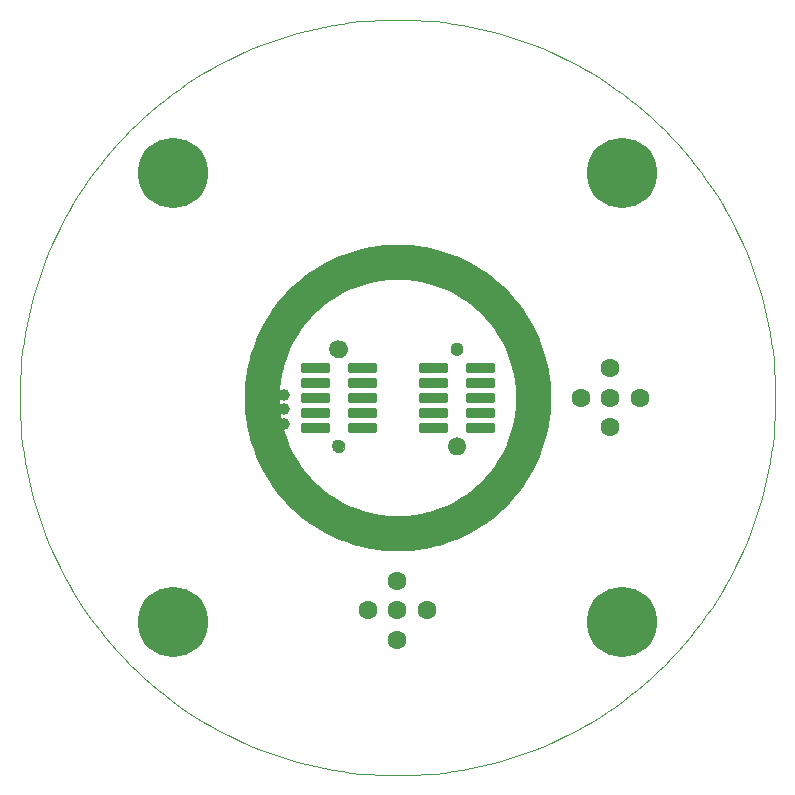
<source format=gbs>
G75*
%MOIN*%
%OFA0B0*%
%FSLAX25Y25*%
%IPPOS*%
%LPD*%
%AMOC8*
5,1,8,0,0,1.08239X$1,22.5*
%
%ADD10C,0.00394*%
%ADD11C,0.11811*%
%ADD12C,0.06306*%
%ADD13C,0.23400*%
%ADD14C,0.01775*%
%ADD15C,0.00000*%
%ADD16C,0.04337*%
%ADD17C,0.05912*%
%ADD18C,0.03962*%
D10*
X0001394Y0127378D02*
X0001432Y0130470D01*
X0001546Y0133560D01*
X0001735Y0136646D01*
X0002001Y0139727D01*
X0002341Y0142800D01*
X0002758Y0145864D01*
X0003249Y0148916D01*
X0003815Y0151956D01*
X0004455Y0154981D01*
X0005170Y0157990D01*
X0005958Y0160980D01*
X0006819Y0163949D01*
X0007753Y0166897D01*
X0008759Y0169821D01*
X0009836Y0172719D01*
X0010984Y0175590D01*
X0012202Y0178432D01*
X0013490Y0181243D01*
X0014846Y0184022D01*
X0016270Y0186766D01*
X0017761Y0189475D01*
X0019318Y0192147D01*
X0020940Y0194779D01*
X0022626Y0197371D01*
X0024375Y0199921D01*
X0026187Y0202427D01*
X0028059Y0204887D01*
X0029991Y0207301D01*
X0031982Y0209667D01*
X0034030Y0211984D01*
X0036134Y0214249D01*
X0038294Y0216462D01*
X0040507Y0218622D01*
X0042772Y0220726D01*
X0045089Y0222774D01*
X0047455Y0224765D01*
X0049869Y0226697D01*
X0052329Y0228569D01*
X0054835Y0230381D01*
X0057385Y0232130D01*
X0059977Y0233816D01*
X0062609Y0235438D01*
X0065281Y0236995D01*
X0067990Y0238486D01*
X0070734Y0239910D01*
X0073513Y0241266D01*
X0076324Y0242554D01*
X0079166Y0243772D01*
X0082037Y0244920D01*
X0084935Y0245997D01*
X0087859Y0247003D01*
X0090807Y0247937D01*
X0093776Y0248798D01*
X0096766Y0249586D01*
X0099775Y0250301D01*
X0102800Y0250941D01*
X0105840Y0251507D01*
X0108892Y0251998D01*
X0111956Y0252415D01*
X0115029Y0252755D01*
X0118110Y0253021D01*
X0121196Y0253210D01*
X0124286Y0253324D01*
X0127378Y0253362D01*
X0130470Y0253324D01*
X0133560Y0253210D01*
X0136646Y0253021D01*
X0139727Y0252755D01*
X0142800Y0252415D01*
X0145864Y0251998D01*
X0148916Y0251507D01*
X0151956Y0250941D01*
X0154981Y0250301D01*
X0157990Y0249586D01*
X0160980Y0248798D01*
X0163949Y0247937D01*
X0166897Y0247003D01*
X0169821Y0245997D01*
X0172719Y0244920D01*
X0175590Y0243772D01*
X0178432Y0242554D01*
X0181243Y0241266D01*
X0184022Y0239910D01*
X0186766Y0238486D01*
X0189475Y0236995D01*
X0192147Y0235438D01*
X0194779Y0233816D01*
X0197371Y0232130D01*
X0199921Y0230381D01*
X0202427Y0228569D01*
X0204887Y0226697D01*
X0207301Y0224765D01*
X0209667Y0222774D01*
X0211984Y0220726D01*
X0214249Y0218622D01*
X0216462Y0216462D01*
X0218622Y0214249D01*
X0220726Y0211984D01*
X0222774Y0209667D01*
X0224765Y0207301D01*
X0226697Y0204887D01*
X0228569Y0202427D01*
X0230381Y0199921D01*
X0232130Y0197371D01*
X0233816Y0194779D01*
X0235438Y0192147D01*
X0236995Y0189475D01*
X0238486Y0186766D01*
X0239910Y0184022D01*
X0241266Y0181243D01*
X0242554Y0178432D01*
X0243772Y0175590D01*
X0244920Y0172719D01*
X0245997Y0169821D01*
X0247003Y0166897D01*
X0247937Y0163949D01*
X0248798Y0160980D01*
X0249586Y0157990D01*
X0250301Y0154981D01*
X0250941Y0151956D01*
X0251507Y0148916D01*
X0251998Y0145864D01*
X0252415Y0142800D01*
X0252755Y0139727D01*
X0253021Y0136646D01*
X0253210Y0133560D01*
X0253324Y0130470D01*
X0253362Y0127378D01*
X0253324Y0124286D01*
X0253210Y0121196D01*
X0253021Y0118110D01*
X0252755Y0115029D01*
X0252415Y0111956D01*
X0251998Y0108892D01*
X0251507Y0105840D01*
X0250941Y0102800D01*
X0250301Y0099775D01*
X0249586Y0096766D01*
X0248798Y0093776D01*
X0247937Y0090807D01*
X0247003Y0087859D01*
X0245997Y0084935D01*
X0244920Y0082037D01*
X0243772Y0079166D01*
X0242554Y0076324D01*
X0241266Y0073513D01*
X0239910Y0070734D01*
X0238486Y0067990D01*
X0236995Y0065281D01*
X0235438Y0062609D01*
X0233816Y0059977D01*
X0232130Y0057385D01*
X0230381Y0054835D01*
X0228569Y0052329D01*
X0226697Y0049869D01*
X0224765Y0047455D01*
X0222774Y0045089D01*
X0220726Y0042772D01*
X0218622Y0040507D01*
X0216462Y0038294D01*
X0214249Y0036134D01*
X0211984Y0034030D01*
X0209667Y0031982D01*
X0207301Y0029991D01*
X0204887Y0028059D01*
X0202427Y0026187D01*
X0199921Y0024375D01*
X0197371Y0022626D01*
X0194779Y0020940D01*
X0192147Y0019318D01*
X0189475Y0017761D01*
X0186766Y0016270D01*
X0184022Y0014846D01*
X0181243Y0013490D01*
X0178432Y0012202D01*
X0175590Y0010984D01*
X0172719Y0009836D01*
X0169821Y0008759D01*
X0166897Y0007753D01*
X0163949Y0006819D01*
X0160980Y0005958D01*
X0157990Y0005170D01*
X0154981Y0004455D01*
X0151956Y0003815D01*
X0148916Y0003249D01*
X0145864Y0002758D01*
X0142800Y0002341D01*
X0139727Y0002001D01*
X0136646Y0001735D01*
X0133560Y0001546D01*
X0130470Y0001432D01*
X0127378Y0001394D01*
X0124286Y0001432D01*
X0121196Y0001546D01*
X0118110Y0001735D01*
X0115029Y0002001D01*
X0111956Y0002341D01*
X0108892Y0002758D01*
X0105840Y0003249D01*
X0102800Y0003815D01*
X0099775Y0004455D01*
X0096766Y0005170D01*
X0093776Y0005958D01*
X0090807Y0006819D01*
X0087859Y0007753D01*
X0084935Y0008759D01*
X0082037Y0009836D01*
X0079166Y0010984D01*
X0076324Y0012202D01*
X0073513Y0013490D01*
X0070734Y0014846D01*
X0067990Y0016270D01*
X0065281Y0017761D01*
X0062609Y0019318D01*
X0059977Y0020940D01*
X0057385Y0022626D01*
X0054835Y0024375D01*
X0052329Y0026187D01*
X0049869Y0028059D01*
X0047455Y0029991D01*
X0045089Y0031982D01*
X0042772Y0034030D01*
X0040507Y0036134D01*
X0038294Y0038294D01*
X0036134Y0040507D01*
X0034030Y0042772D01*
X0031982Y0045089D01*
X0029991Y0047455D01*
X0028059Y0049869D01*
X0026187Y0052329D01*
X0024375Y0054835D01*
X0022626Y0057385D01*
X0020940Y0059977D01*
X0019318Y0062609D01*
X0017761Y0065281D01*
X0016270Y0067990D01*
X0014846Y0070734D01*
X0013490Y0073513D01*
X0012202Y0076324D01*
X0010984Y0079166D01*
X0009836Y0082037D01*
X0008759Y0084935D01*
X0007753Y0087859D01*
X0006819Y0090807D01*
X0005958Y0093776D01*
X0005170Y0096766D01*
X0004455Y0099775D01*
X0003815Y0102800D01*
X0003249Y0105840D01*
X0002758Y0108892D01*
X0002341Y0111956D01*
X0002001Y0115029D01*
X0001735Y0118110D01*
X0001546Y0121196D01*
X0001432Y0124286D01*
X0001394Y0127378D01*
D11*
X0082102Y0127378D02*
X0082116Y0128489D01*
X0082157Y0129600D01*
X0082225Y0130709D01*
X0082320Y0131816D01*
X0082442Y0132920D01*
X0082592Y0134021D01*
X0082769Y0135118D01*
X0082972Y0136211D01*
X0083202Y0137298D01*
X0083459Y0138379D01*
X0083742Y0139454D01*
X0084052Y0140521D01*
X0084387Y0141580D01*
X0084749Y0142631D01*
X0085136Y0143673D01*
X0085548Y0144704D01*
X0085986Y0145726D01*
X0086449Y0146736D01*
X0086936Y0147735D01*
X0087448Y0148721D01*
X0087984Y0149694D01*
X0088543Y0150655D01*
X0089126Y0151601D01*
X0089732Y0152532D01*
X0090361Y0153448D01*
X0091012Y0154349D01*
X0091685Y0155233D01*
X0092379Y0156101D01*
X0093095Y0156951D01*
X0093831Y0157784D01*
X0094587Y0158598D01*
X0095363Y0159393D01*
X0096158Y0160169D01*
X0096972Y0160925D01*
X0097805Y0161661D01*
X0098655Y0162377D01*
X0099523Y0163071D01*
X0100407Y0163744D01*
X0101308Y0164395D01*
X0102224Y0165024D01*
X0103155Y0165630D01*
X0104101Y0166213D01*
X0105062Y0166772D01*
X0106035Y0167308D01*
X0107021Y0167820D01*
X0108020Y0168307D01*
X0109030Y0168770D01*
X0110052Y0169208D01*
X0111083Y0169620D01*
X0112125Y0170007D01*
X0113176Y0170369D01*
X0114235Y0170704D01*
X0115302Y0171014D01*
X0116377Y0171297D01*
X0117458Y0171554D01*
X0118545Y0171784D01*
X0119638Y0171987D01*
X0120735Y0172164D01*
X0121836Y0172314D01*
X0122940Y0172436D01*
X0124047Y0172531D01*
X0125156Y0172599D01*
X0126267Y0172640D01*
X0127378Y0172654D01*
X0128489Y0172640D01*
X0129600Y0172599D01*
X0130709Y0172531D01*
X0131816Y0172436D01*
X0132920Y0172314D01*
X0134021Y0172164D01*
X0135118Y0171987D01*
X0136211Y0171784D01*
X0137298Y0171554D01*
X0138379Y0171297D01*
X0139454Y0171014D01*
X0140521Y0170704D01*
X0141580Y0170369D01*
X0142631Y0170007D01*
X0143673Y0169620D01*
X0144704Y0169208D01*
X0145726Y0168770D01*
X0146736Y0168307D01*
X0147735Y0167820D01*
X0148721Y0167308D01*
X0149694Y0166772D01*
X0150655Y0166213D01*
X0151601Y0165630D01*
X0152532Y0165024D01*
X0153448Y0164395D01*
X0154349Y0163744D01*
X0155233Y0163071D01*
X0156101Y0162377D01*
X0156951Y0161661D01*
X0157784Y0160925D01*
X0158598Y0160169D01*
X0159393Y0159393D01*
X0160169Y0158598D01*
X0160925Y0157784D01*
X0161661Y0156951D01*
X0162377Y0156101D01*
X0163071Y0155233D01*
X0163744Y0154349D01*
X0164395Y0153448D01*
X0165024Y0152532D01*
X0165630Y0151601D01*
X0166213Y0150655D01*
X0166772Y0149694D01*
X0167308Y0148721D01*
X0167820Y0147735D01*
X0168307Y0146736D01*
X0168770Y0145726D01*
X0169208Y0144704D01*
X0169620Y0143673D01*
X0170007Y0142631D01*
X0170369Y0141580D01*
X0170704Y0140521D01*
X0171014Y0139454D01*
X0171297Y0138379D01*
X0171554Y0137298D01*
X0171784Y0136211D01*
X0171987Y0135118D01*
X0172164Y0134021D01*
X0172314Y0132920D01*
X0172436Y0131816D01*
X0172531Y0130709D01*
X0172599Y0129600D01*
X0172640Y0128489D01*
X0172654Y0127378D01*
X0172640Y0126267D01*
X0172599Y0125156D01*
X0172531Y0124047D01*
X0172436Y0122940D01*
X0172314Y0121836D01*
X0172164Y0120735D01*
X0171987Y0119638D01*
X0171784Y0118545D01*
X0171554Y0117458D01*
X0171297Y0116377D01*
X0171014Y0115302D01*
X0170704Y0114235D01*
X0170369Y0113176D01*
X0170007Y0112125D01*
X0169620Y0111083D01*
X0169208Y0110052D01*
X0168770Y0109030D01*
X0168307Y0108020D01*
X0167820Y0107021D01*
X0167308Y0106035D01*
X0166772Y0105062D01*
X0166213Y0104101D01*
X0165630Y0103155D01*
X0165024Y0102224D01*
X0164395Y0101308D01*
X0163744Y0100407D01*
X0163071Y0099523D01*
X0162377Y0098655D01*
X0161661Y0097805D01*
X0160925Y0096972D01*
X0160169Y0096158D01*
X0159393Y0095363D01*
X0158598Y0094587D01*
X0157784Y0093831D01*
X0156951Y0093095D01*
X0156101Y0092379D01*
X0155233Y0091685D01*
X0154349Y0091012D01*
X0153448Y0090361D01*
X0152532Y0089732D01*
X0151601Y0089126D01*
X0150655Y0088543D01*
X0149694Y0087984D01*
X0148721Y0087448D01*
X0147735Y0086936D01*
X0146736Y0086449D01*
X0145726Y0085986D01*
X0144704Y0085548D01*
X0143673Y0085136D01*
X0142631Y0084749D01*
X0141580Y0084387D01*
X0140521Y0084052D01*
X0139454Y0083742D01*
X0138379Y0083459D01*
X0137298Y0083202D01*
X0136211Y0082972D01*
X0135118Y0082769D01*
X0134021Y0082592D01*
X0132920Y0082442D01*
X0131816Y0082320D01*
X0130709Y0082225D01*
X0129600Y0082157D01*
X0128489Y0082116D01*
X0127378Y0082102D01*
X0126267Y0082116D01*
X0125156Y0082157D01*
X0124047Y0082225D01*
X0122940Y0082320D01*
X0121836Y0082442D01*
X0120735Y0082592D01*
X0119638Y0082769D01*
X0118545Y0082972D01*
X0117458Y0083202D01*
X0116377Y0083459D01*
X0115302Y0083742D01*
X0114235Y0084052D01*
X0113176Y0084387D01*
X0112125Y0084749D01*
X0111083Y0085136D01*
X0110052Y0085548D01*
X0109030Y0085986D01*
X0108020Y0086449D01*
X0107021Y0086936D01*
X0106035Y0087448D01*
X0105062Y0087984D01*
X0104101Y0088543D01*
X0103155Y0089126D01*
X0102224Y0089732D01*
X0101308Y0090361D01*
X0100407Y0091012D01*
X0099523Y0091685D01*
X0098655Y0092379D01*
X0097805Y0093095D01*
X0096972Y0093831D01*
X0096158Y0094587D01*
X0095363Y0095363D01*
X0094587Y0096158D01*
X0093831Y0096972D01*
X0093095Y0097805D01*
X0092379Y0098655D01*
X0091685Y0099523D01*
X0091012Y0100407D01*
X0090361Y0101308D01*
X0089732Y0102224D01*
X0089126Y0103155D01*
X0088543Y0104101D01*
X0087984Y0105062D01*
X0087448Y0106035D01*
X0086936Y0107021D01*
X0086449Y0108020D01*
X0085986Y0109030D01*
X0085548Y0110052D01*
X0085136Y0111083D01*
X0084749Y0112125D01*
X0084387Y0113176D01*
X0084052Y0114235D01*
X0083742Y0115302D01*
X0083459Y0116377D01*
X0083202Y0117458D01*
X0082972Y0118545D01*
X0082769Y0119638D01*
X0082592Y0120735D01*
X0082442Y0121836D01*
X0082320Y0122940D01*
X0082225Y0124047D01*
X0082157Y0125156D01*
X0082116Y0126267D01*
X0082102Y0127378D01*
D12*
X0127378Y0066354D03*
X0127378Y0056512D03*
X0137220Y0056512D03*
X0127378Y0046669D03*
X0117535Y0056512D03*
X0188402Y0127378D03*
X0198244Y0127378D03*
X0198244Y0137220D03*
X0208087Y0127378D03*
X0198244Y0117535D03*
D13*
X0052575Y0052575D03*
X0052575Y0202181D03*
X0202181Y0202181D03*
X0202181Y0052575D03*
D14*
X0158974Y0116490D02*
X0158974Y0118266D01*
X0158974Y0116490D02*
X0150900Y0116490D01*
X0150900Y0118266D01*
X0158974Y0118266D01*
X0158974Y0118264D02*
X0150900Y0118264D01*
X0158974Y0121490D02*
X0158974Y0123266D01*
X0158974Y0121490D02*
X0150900Y0121490D01*
X0150900Y0123266D01*
X0158974Y0123266D01*
X0158974Y0123264D02*
X0150900Y0123264D01*
X0158974Y0126490D02*
X0158974Y0128266D01*
X0158974Y0126490D02*
X0150900Y0126490D01*
X0150900Y0128266D01*
X0158974Y0128266D01*
X0158974Y0128264D02*
X0150900Y0128264D01*
X0158974Y0131490D02*
X0158974Y0133266D01*
X0158974Y0131490D02*
X0150900Y0131490D01*
X0150900Y0133266D01*
X0158974Y0133266D01*
X0158974Y0133264D02*
X0150900Y0133264D01*
X0158974Y0136490D02*
X0158974Y0138266D01*
X0158974Y0136490D02*
X0150900Y0136490D01*
X0150900Y0138266D01*
X0158974Y0138266D01*
X0158974Y0138264D02*
X0150900Y0138264D01*
X0143226Y0138266D02*
X0143226Y0136490D01*
X0135152Y0136490D01*
X0135152Y0138266D01*
X0143226Y0138266D01*
X0143226Y0138264D02*
X0135152Y0138264D01*
X0143226Y0133266D02*
X0143226Y0131490D01*
X0135152Y0131490D01*
X0135152Y0133266D01*
X0143226Y0133266D01*
X0143226Y0133264D02*
X0135152Y0133264D01*
X0143226Y0128266D02*
X0143226Y0126490D01*
X0135152Y0126490D01*
X0135152Y0128266D01*
X0143226Y0128266D01*
X0143226Y0128264D02*
X0135152Y0128264D01*
X0143226Y0123266D02*
X0143226Y0121490D01*
X0135152Y0121490D01*
X0135152Y0123266D01*
X0143226Y0123266D01*
X0143226Y0123264D02*
X0135152Y0123264D01*
X0143226Y0118266D02*
X0143226Y0116490D01*
X0135152Y0116490D01*
X0135152Y0118266D01*
X0143226Y0118266D01*
X0143226Y0118264D02*
X0135152Y0118264D01*
X0111530Y0118266D02*
X0111530Y0116490D01*
X0111530Y0118266D02*
X0119604Y0118266D01*
X0119604Y0116490D01*
X0111530Y0116490D01*
X0111530Y0118264D02*
X0119604Y0118264D01*
X0111530Y0121490D02*
X0111530Y0123266D01*
X0119604Y0123266D01*
X0119604Y0121490D01*
X0111530Y0121490D01*
X0111530Y0123264D02*
X0119604Y0123264D01*
X0111530Y0126490D02*
X0111530Y0128266D01*
X0119604Y0128266D01*
X0119604Y0126490D01*
X0111530Y0126490D01*
X0111530Y0128264D02*
X0119604Y0128264D01*
X0111530Y0131490D02*
X0111530Y0133266D01*
X0119604Y0133266D01*
X0119604Y0131490D01*
X0111530Y0131490D01*
X0111530Y0133264D02*
X0119604Y0133264D01*
X0111530Y0136490D02*
X0111530Y0138266D01*
X0119604Y0138266D01*
X0119604Y0136490D01*
X0111530Y0136490D01*
X0111530Y0138264D02*
X0119604Y0138264D01*
X0095782Y0138266D02*
X0095782Y0136490D01*
X0095782Y0138266D02*
X0103856Y0138266D01*
X0103856Y0136490D01*
X0095782Y0136490D01*
X0095782Y0138264D02*
X0103856Y0138264D01*
X0095782Y0133266D02*
X0095782Y0131490D01*
X0095782Y0133266D02*
X0103856Y0133266D01*
X0103856Y0131490D01*
X0095782Y0131490D01*
X0095782Y0133264D02*
X0103856Y0133264D01*
X0095782Y0128266D02*
X0095782Y0126490D01*
X0095782Y0128266D02*
X0103856Y0128266D01*
X0103856Y0126490D01*
X0095782Y0126490D01*
X0095782Y0128264D02*
X0103856Y0128264D01*
X0095782Y0123266D02*
X0095782Y0121490D01*
X0095782Y0123266D02*
X0103856Y0123266D01*
X0103856Y0121490D01*
X0095782Y0121490D01*
X0095782Y0123264D02*
X0103856Y0123264D01*
X0095782Y0118266D02*
X0095782Y0116490D01*
X0095782Y0118266D02*
X0103856Y0118266D01*
X0103856Y0116490D01*
X0095782Y0116490D01*
X0095782Y0118264D02*
X0103856Y0118264D01*
D15*
X0105724Y0111177D02*
X0105726Y0111265D01*
X0105732Y0111353D01*
X0105742Y0111441D01*
X0105756Y0111529D01*
X0105773Y0111615D01*
X0105795Y0111701D01*
X0105820Y0111785D01*
X0105850Y0111869D01*
X0105882Y0111951D01*
X0105919Y0112031D01*
X0105959Y0112110D01*
X0106003Y0112187D01*
X0106050Y0112262D01*
X0106100Y0112334D01*
X0106154Y0112405D01*
X0106210Y0112472D01*
X0106270Y0112538D01*
X0106332Y0112600D01*
X0106398Y0112660D01*
X0106465Y0112716D01*
X0106536Y0112770D01*
X0106608Y0112820D01*
X0106683Y0112867D01*
X0106760Y0112911D01*
X0106839Y0112951D01*
X0106919Y0112988D01*
X0107001Y0113020D01*
X0107085Y0113050D01*
X0107169Y0113075D01*
X0107255Y0113097D01*
X0107341Y0113114D01*
X0107429Y0113128D01*
X0107517Y0113138D01*
X0107605Y0113144D01*
X0107693Y0113146D01*
X0107781Y0113144D01*
X0107869Y0113138D01*
X0107957Y0113128D01*
X0108045Y0113114D01*
X0108131Y0113097D01*
X0108217Y0113075D01*
X0108301Y0113050D01*
X0108385Y0113020D01*
X0108467Y0112988D01*
X0108547Y0112951D01*
X0108626Y0112911D01*
X0108703Y0112867D01*
X0108778Y0112820D01*
X0108850Y0112770D01*
X0108921Y0112716D01*
X0108988Y0112660D01*
X0109054Y0112600D01*
X0109116Y0112538D01*
X0109176Y0112472D01*
X0109232Y0112405D01*
X0109286Y0112334D01*
X0109336Y0112262D01*
X0109383Y0112187D01*
X0109427Y0112110D01*
X0109467Y0112031D01*
X0109504Y0111951D01*
X0109536Y0111869D01*
X0109566Y0111785D01*
X0109591Y0111701D01*
X0109613Y0111615D01*
X0109630Y0111529D01*
X0109644Y0111441D01*
X0109654Y0111353D01*
X0109660Y0111265D01*
X0109662Y0111177D01*
X0109660Y0111089D01*
X0109654Y0111001D01*
X0109644Y0110913D01*
X0109630Y0110825D01*
X0109613Y0110739D01*
X0109591Y0110653D01*
X0109566Y0110569D01*
X0109536Y0110485D01*
X0109504Y0110403D01*
X0109467Y0110323D01*
X0109427Y0110244D01*
X0109383Y0110167D01*
X0109336Y0110092D01*
X0109286Y0110020D01*
X0109232Y0109949D01*
X0109176Y0109882D01*
X0109116Y0109816D01*
X0109054Y0109754D01*
X0108988Y0109694D01*
X0108921Y0109638D01*
X0108850Y0109584D01*
X0108778Y0109534D01*
X0108703Y0109487D01*
X0108626Y0109443D01*
X0108547Y0109403D01*
X0108467Y0109366D01*
X0108385Y0109334D01*
X0108301Y0109304D01*
X0108217Y0109279D01*
X0108131Y0109257D01*
X0108045Y0109240D01*
X0107957Y0109226D01*
X0107869Y0109216D01*
X0107781Y0109210D01*
X0107693Y0109208D01*
X0107605Y0109210D01*
X0107517Y0109216D01*
X0107429Y0109226D01*
X0107341Y0109240D01*
X0107255Y0109257D01*
X0107169Y0109279D01*
X0107085Y0109304D01*
X0107001Y0109334D01*
X0106919Y0109366D01*
X0106839Y0109403D01*
X0106760Y0109443D01*
X0106683Y0109487D01*
X0106608Y0109534D01*
X0106536Y0109584D01*
X0106465Y0109638D01*
X0106398Y0109694D01*
X0106332Y0109754D01*
X0106270Y0109816D01*
X0106210Y0109882D01*
X0106154Y0109949D01*
X0106100Y0110020D01*
X0106050Y0110092D01*
X0106003Y0110167D01*
X0105959Y0110244D01*
X0105919Y0110323D01*
X0105882Y0110403D01*
X0105850Y0110485D01*
X0105820Y0110569D01*
X0105795Y0110653D01*
X0105773Y0110739D01*
X0105756Y0110825D01*
X0105742Y0110913D01*
X0105732Y0111001D01*
X0105726Y0111089D01*
X0105724Y0111177D01*
X0104937Y0143579D02*
X0104939Y0143684D01*
X0104945Y0143789D01*
X0104955Y0143893D01*
X0104969Y0143997D01*
X0104987Y0144101D01*
X0105009Y0144203D01*
X0105034Y0144305D01*
X0105064Y0144406D01*
X0105097Y0144505D01*
X0105134Y0144603D01*
X0105175Y0144700D01*
X0105220Y0144795D01*
X0105268Y0144888D01*
X0105319Y0144980D01*
X0105375Y0145069D01*
X0105433Y0145156D01*
X0105495Y0145241D01*
X0105559Y0145324D01*
X0105627Y0145404D01*
X0105698Y0145481D01*
X0105772Y0145555D01*
X0105849Y0145627D01*
X0105928Y0145696D01*
X0106010Y0145761D01*
X0106094Y0145824D01*
X0106181Y0145883D01*
X0106270Y0145939D01*
X0106361Y0145992D01*
X0106454Y0146041D01*
X0106548Y0146086D01*
X0106644Y0146128D01*
X0106742Y0146166D01*
X0106841Y0146200D01*
X0106942Y0146231D01*
X0107043Y0146257D01*
X0107146Y0146280D01*
X0107249Y0146299D01*
X0107353Y0146314D01*
X0107457Y0146325D01*
X0107562Y0146332D01*
X0107667Y0146335D01*
X0107772Y0146334D01*
X0107877Y0146329D01*
X0107981Y0146320D01*
X0108085Y0146307D01*
X0108189Y0146290D01*
X0108292Y0146269D01*
X0108394Y0146244D01*
X0108495Y0146216D01*
X0108594Y0146183D01*
X0108693Y0146147D01*
X0108790Y0146107D01*
X0108885Y0146064D01*
X0108979Y0146016D01*
X0109071Y0145966D01*
X0109161Y0145912D01*
X0109249Y0145854D01*
X0109334Y0145793D01*
X0109417Y0145729D01*
X0109498Y0145662D01*
X0109576Y0145592D01*
X0109651Y0145518D01*
X0109723Y0145443D01*
X0109793Y0145364D01*
X0109859Y0145283D01*
X0109923Y0145199D01*
X0109983Y0145113D01*
X0110039Y0145025D01*
X0110093Y0144934D01*
X0110143Y0144842D01*
X0110189Y0144748D01*
X0110232Y0144652D01*
X0110271Y0144554D01*
X0110306Y0144456D01*
X0110337Y0144355D01*
X0110365Y0144254D01*
X0110389Y0144152D01*
X0110409Y0144049D01*
X0110425Y0143945D01*
X0110437Y0143841D01*
X0110445Y0143736D01*
X0110449Y0143631D01*
X0110449Y0143527D01*
X0110445Y0143422D01*
X0110437Y0143317D01*
X0110425Y0143213D01*
X0110409Y0143109D01*
X0110389Y0143006D01*
X0110365Y0142904D01*
X0110337Y0142803D01*
X0110306Y0142702D01*
X0110271Y0142604D01*
X0110232Y0142506D01*
X0110189Y0142410D01*
X0110143Y0142316D01*
X0110093Y0142224D01*
X0110039Y0142133D01*
X0109983Y0142045D01*
X0109923Y0141959D01*
X0109859Y0141875D01*
X0109793Y0141794D01*
X0109723Y0141715D01*
X0109651Y0141640D01*
X0109576Y0141566D01*
X0109498Y0141496D01*
X0109417Y0141429D01*
X0109334Y0141365D01*
X0109249Y0141304D01*
X0109161Y0141246D01*
X0109071Y0141192D01*
X0108979Y0141142D01*
X0108885Y0141094D01*
X0108790Y0141051D01*
X0108693Y0141011D01*
X0108594Y0140975D01*
X0108495Y0140942D01*
X0108394Y0140914D01*
X0108292Y0140889D01*
X0108189Y0140868D01*
X0108085Y0140851D01*
X0107981Y0140838D01*
X0107877Y0140829D01*
X0107772Y0140824D01*
X0107667Y0140823D01*
X0107562Y0140826D01*
X0107457Y0140833D01*
X0107353Y0140844D01*
X0107249Y0140859D01*
X0107146Y0140878D01*
X0107043Y0140901D01*
X0106942Y0140927D01*
X0106841Y0140958D01*
X0106742Y0140992D01*
X0106644Y0141030D01*
X0106548Y0141072D01*
X0106454Y0141117D01*
X0106361Y0141166D01*
X0106270Y0141219D01*
X0106181Y0141275D01*
X0106094Y0141334D01*
X0106010Y0141397D01*
X0105928Y0141462D01*
X0105849Y0141531D01*
X0105772Y0141603D01*
X0105698Y0141677D01*
X0105627Y0141754D01*
X0105559Y0141834D01*
X0105495Y0141917D01*
X0105433Y0142002D01*
X0105375Y0142089D01*
X0105319Y0142178D01*
X0105268Y0142270D01*
X0105220Y0142363D01*
X0105175Y0142458D01*
X0105134Y0142555D01*
X0105097Y0142653D01*
X0105064Y0142752D01*
X0105034Y0142853D01*
X0105009Y0142955D01*
X0104987Y0143057D01*
X0104969Y0143161D01*
X0104955Y0143265D01*
X0104945Y0143369D01*
X0104939Y0143474D01*
X0104937Y0143579D01*
X0145094Y0143579D02*
X0145096Y0143667D01*
X0145102Y0143755D01*
X0145112Y0143843D01*
X0145126Y0143931D01*
X0145143Y0144017D01*
X0145165Y0144103D01*
X0145190Y0144187D01*
X0145220Y0144271D01*
X0145252Y0144353D01*
X0145289Y0144433D01*
X0145329Y0144512D01*
X0145373Y0144589D01*
X0145420Y0144664D01*
X0145470Y0144736D01*
X0145524Y0144807D01*
X0145580Y0144874D01*
X0145640Y0144940D01*
X0145702Y0145002D01*
X0145768Y0145062D01*
X0145835Y0145118D01*
X0145906Y0145172D01*
X0145978Y0145222D01*
X0146053Y0145269D01*
X0146130Y0145313D01*
X0146209Y0145353D01*
X0146289Y0145390D01*
X0146371Y0145422D01*
X0146455Y0145452D01*
X0146539Y0145477D01*
X0146625Y0145499D01*
X0146711Y0145516D01*
X0146799Y0145530D01*
X0146887Y0145540D01*
X0146975Y0145546D01*
X0147063Y0145548D01*
X0147151Y0145546D01*
X0147239Y0145540D01*
X0147327Y0145530D01*
X0147415Y0145516D01*
X0147501Y0145499D01*
X0147587Y0145477D01*
X0147671Y0145452D01*
X0147755Y0145422D01*
X0147837Y0145390D01*
X0147917Y0145353D01*
X0147996Y0145313D01*
X0148073Y0145269D01*
X0148148Y0145222D01*
X0148220Y0145172D01*
X0148291Y0145118D01*
X0148358Y0145062D01*
X0148424Y0145002D01*
X0148486Y0144940D01*
X0148546Y0144874D01*
X0148602Y0144807D01*
X0148656Y0144736D01*
X0148706Y0144664D01*
X0148753Y0144589D01*
X0148797Y0144512D01*
X0148837Y0144433D01*
X0148874Y0144353D01*
X0148906Y0144271D01*
X0148936Y0144187D01*
X0148961Y0144103D01*
X0148983Y0144017D01*
X0149000Y0143931D01*
X0149014Y0143843D01*
X0149024Y0143755D01*
X0149030Y0143667D01*
X0149032Y0143579D01*
X0149030Y0143491D01*
X0149024Y0143403D01*
X0149014Y0143315D01*
X0149000Y0143227D01*
X0148983Y0143141D01*
X0148961Y0143055D01*
X0148936Y0142971D01*
X0148906Y0142887D01*
X0148874Y0142805D01*
X0148837Y0142725D01*
X0148797Y0142646D01*
X0148753Y0142569D01*
X0148706Y0142494D01*
X0148656Y0142422D01*
X0148602Y0142351D01*
X0148546Y0142284D01*
X0148486Y0142218D01*
X0148424Y0142156D01*
X0148358Y0142096D01*
X0148291Y0142040D01*
X0148220Y0141986D01*
X0148148Y0141936D01*
X0148073Y0141889D01*
X0147996Y0141845D01*
X0147917Y0141805D01*
X0147837Y0141768D01*
X0147755Y0141736D01*
X0147671Y0141706D01*
X0147587Y0141681D01*
X0147501Y0141659D01*
X0147415Y0141642D01*
X0147327Y0141628D01*
X0147239Y0141618D01*
X0147151Y0141612D01*
X0147063Y0141610D01*
X0146975Y0141612D01*
X0146887Y0141618D01*
X0146799Y0141628D01*
X0146711Y0141642D01*
X0146625Y0141659D01*
X0146539Y0141681D01*
X0146455Y0141706D01*
X0146371Y0141736D01*
X0146289Y0141768D01*
X0146209Y0141805D01*
X0146130Y0141845D01*
X0146053Y0141889D01*
X0145978Y0141936D01*
X0145906Y0141986D01*
X0145835Y0142040D01*
X0145768Y0142096D01*
X0145702Y0142156D01*
X0145640Y0142218D01*
X0145580Y0142284D01*
X0145524Y0142351D01*
X0145470Y0142422D01*
X0145420Y0142494D01*
X0145373Y0142569D01*
X0145329Y0142646D01*
X0145289Y0142725D01*
X0145252Y0142805D01*
X0145220Y0142887D01*
X0145190Y0142971D01*
X0145165Y0143055D01*
X0145143Y0143141D01*
X0145126Y0143227D01*
X0145112Y0143315D01*
X0145102Y0143403D01*
X0145096Y0143491D01*
X0145094Y0143579D01*
X0144307Y0111177D02*
X0144309Y0111282D01*
X0144315Y0111387D01*
X0144325Y0111491D01*
X0144339Y0111595D01*
X0144357Y0111699D01*
X0144379Y0111801D01*
X0144404Y0111903D01*
X0144434Y0112004D01*
X0144467Y0112103D01*
X0144504Y0112201D01*
X0144545Y0112298D01*
X0144590Y0112393D01*
X0144638Y0112486D01*
X0144689Y0112578D01*
X0144745Y0112667D01*
X0144803Y0112754D01*
X0144865Y0112839D01*
X0144929Y0112922D01*
X0144997Y0113002D01*
X0145068Y0113079D01*
X0145142Y0113153D01*
X0145219Y0113225D01*
X0145298Y0113294D01*
X0145380Y0113359D01*
X0145464Y0113422D01*
X0145551Y0113481D01*
X0145640Y0113537D01*
X0145731Y0113590D01*
X0145824Y0113639D01*
X0145918Y0113684D01*
X0146014Y0113726D01*
X0146112Y0113764D01*
X0146211Y0113798D01*
X0146312Y0113829D01*
X0146413Y0113855D01*
X0146516Y0113878D01*
X0146619Y0113897D01*
X0146723Y0113912D01*
X0146827Y0113923D01*
X0146932Y0113930D01*
X0147037Y0113933D01*
X0147142Y0113932D01*
X0147247Y0113927D01*
X0147351Y0113918D01*
X0147455Y0113905D01*
X0147559Y0113888D01*
X0147662Y0113867D01*
X0147764Y0113842D01*
X0147865Y0113814D01*
X0147964Y0113781D01*
X0148063Y0113745D01*
X0148160Y0113705D01*
X0148255Y0113662D01*
X0148349Y0113614D01*
X0148441Y0113564D01*
X0148531Y0113510D01*
X0148619Y0113452D01*
X0148704Y0113391D01*
X0148787Y0113327D01*
X0148868Y0113260D01*
X0148946Y0113190D01*
X0149021Y0113116D01*
X0149093Y0113041D01*
X0149163Y0112962D01*
X0149229Y0112881D01*
X0149293Y0112797D01*
X0149353Y0112711D01*
X0149409Y0112623D01*
X0149463Y0112532D01*
X0149513Y0112440D01*
X0149559Y0112346D01*
X0149602Y0112250D01*
X0149641Y0112152D01*
X0149676Y0112054D01*
X0149707Y0111953D01*
X0149735Y0111852D01*
X0149759Y0111750D01*
X0149779Y0111647D01*
X0149795Y0111543D01*
X0149807Y0111439D01*
X0149815Y0111334D01*
X0149819Y0111229D01*
X0149819Y0111125D01*
X0149815Y0111020D01*
X0149807Y0110915D01*
X0149795Y0110811D01*
X0149779Y0110707D01*
X0149759Y0110604D01*
X0149735Y0110502D01*
X0149707Y0110401D01*
X0149676Y0110300D01*
X0149641Y0110202D01*
X0149602Y0110104D01*
X0149559Y0110008D01*
X0149513Y0109914D01*
X0149463Y0109822D01*
X0149409Y0109731D01*
X0149353Y0109643D01*
X0149293Y0109557D01*
X0149229Y0109473D01*
X0149163Y0109392D01*
X0149093Y0109313D01*
X0149021Y0109238D01*
X0148946Y0109164D01*
X0148868Y0109094D01*
X0148787Y0109027D01*
X0148704Y0108963D01*
X0148619Y0108902D01*
X0148531Y0108844D01*
X0148441Y0108790D01*
X0148349Y0108740D01*
X0148255Y0108692D01*
X0148160Y0108649D01*
X0148063Y0108609D01*
X0147964Y0108573D01*
X0147865Y0108540D01*
X0147764Y0108512D01*
X0147662Y0108487D01*
X0147559Y0108466D01*
X0147455Y0108449D01*
X0147351Y0108436D01*
X0147247Y0108427D01*
X0147142Y0108422D01*
X0147037Y0108421D01*
X0146932Y0108424D01*
X0146827Y0108431D01*
X0146723Y0108442D01*
X0146619Y0108457D01*
X0146516Y0108476D01*
X0146413Y0108499D01*
X0146312Y0108525D01*
X0146211Y0108556D01*
X0146112Y0108590D01*
X0146014Y0108628D01*
X0145918Y0108670D01*
X0145824Y0108715D01*
X0145731Y0108764D01*
X0145640Y0108817D01*
X0145551Y0108873D01*
X0145464Y0108932D01*
X0145380Y0108995D01*
X0145298Y0109060D01*
X0145219Y0109129D01*
X0145142Y0109201D01*
X0145068Y0109275D01*
X0144997Y0109352D01*
X0144929Y0109432D01*
X0144865Y0109515D01*
X0144803Y0109600D01*
X0144745Y0109687D01*
X0144689Y0109776D01*
X0144638Y0109868D01*
X0144590Y0109961D01*
X0144545Y0110056D01*
X0144504Y0110153D01*
X0144467Y0110251D01*
X0144434Y0110350D01*
X0144404Y0110451D01*
X0144379Y0110553D01*
X0144357Y0110655D01*
X0144339Y0110759D01*
X0144325Y0110863D01*
X0144315Y0110967D01*
X0144309Y0111072D01*
X0144307Y0111177D01*
D16*
X0147063Y0143579D03*
X0107693Y0111177D03*
D17*
X0107693Y0143579D03*
X0147063Y0111177D03*
D18*
X0089583Y0118717D03*
X0089583Y0123441D03*
X0089583Y0128165D03*
M02*

</source>
